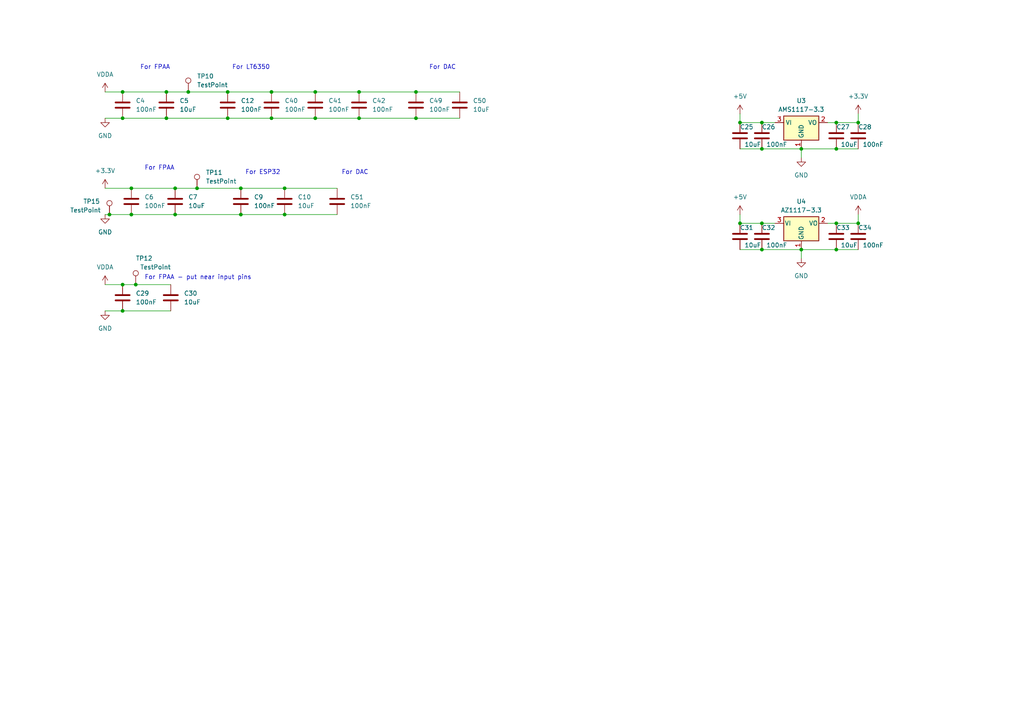
<source format=kicad_sch>
(kicad_sch (version 20230121) (generator eeschema)
  (paper "A4")
  (lib_symbols
    (symbol "Connector:TestPoint" (pin_numbers hide) (pin_names (offset 0.762) hide)
      (property "Reference" "TP" (at 0 6.858 0))
      (property "Value" "TestPoint" (at 0 5.08 0))
      (symbol "TestPoint_0_1"
        (circle (center 0 3.302) (radius 0.762))
      )
      (symbol "TestPoint_1_1"
        (pin passive line (at 0 0 90) (length 2.54) (name "1") (number "1"))
      )
    )
    (symbol "Device:C" (pin_numbers hide) (pin_names (offset 0.254))
      (property "Reference" "C" (at 0.635 2.54 0))
      (property "Value" "C" (at 0.635 -2.54 0))
      (symbol "C_0_1"
        (polyline (pts (xy -2.032 -0.762) (xy 2.032 -0.762)) (stroke (width 0.508)))
        (polyline (pts (xy -2.032 0.762) (xy 2.032 0.762)) (stroke (width 0.508)))
      )
      (symbol "C_1_1"
        (pin passive line (at 0 3.81 270) (length 2.794) (name "~") (number "1"))
        (pin passive line (at 0 -3.81 90) (length 2.794) (name "~") (number "2"))
      )
    )
    (symbol "Regulator_Linear:AMS1117-3.3"
      (property "Reference" "U" (at -3.81 3.175 0))
      (property "Value" "AMS1117-3.3" (at 0 3.175 0))
      (symbol "AMS1117-3.3_0_1"
        (rectangle (start -5.08 -5.08) (end 5.08 1.905) (stroke (width 0.254)) (fill (type background)))
      )
      (symbol "AMS1117-3.3_1_1"
        (pin power_in line (at 0 -7.62 90) (length 2.54) (name "GND") (number "1"))
        (pin power_out line (at 7.62 0 180) (length 2.54) (name "VO") (number "2"))
        (pin power_in line (at -7.62 0 0) (length 2.54) (name "VI") (number "3"))
      )
    )
    (symbol "Regulator_Linear:AZ1117-3.3" (pin_names (offset 0.254))
      (property "Reference" "U" (at -3.81 3.175 0))
      (property "Value" "AZ1117-3.3" (at 0 3.175 0))
      (symbol "AZ1117-3.3_0_1"
        (rectangle (start -5.08 1.905) (end 5.08 -5.08) (stroke (width 0.254)) (fill (type background)))
      )
      (symbol "AZ1117-3.3_1_1"
        (pin power_in line (at 0 -7.62 90) (length 2.54) (name "GND") (number "1"))
        (pin power_out line (at 7.62 0 180) (length 2.54) (name "VO") (number "2"))
        (pin power_in line (at -7.62 0 0) (length 2.54) (name "VI") (number "3"))
      )
    )
    (symbol "power:+3.3V" (power) (pin_names (offset 0))
      (property "Value" "+3.3V" (at 0 3.556 0))
      (symbol "+3.3V_0_1"
        (polyline (pts (xy -0.762 1.27) (xy 0 2.54)))
        (polyline (pts (xy 0 0) (xy 0 2.54)))
        (polyline (pts (xy 0 2.54) (xy 0.762 1.27)))
      )
      (symbol "+3.3V_1_1"
        (pin power_in line (at 0 0 90) (length 0) hide (name "+3.3V") (number "1"))
      )
    )
    (symbol "power:+5V" (power) (pin_names (offset 0))
      (property "Value" "+5V" (at 0 3.556 0))
      (symbol "+5V_0_1"
        (polyline (pts (xy -0.762 1.27) (xy 0 2.54)))
        (polyline (pts (xy 0 0) (xy 0 2.54)))
        (polyline (pts (xy 0 2.54) (xy 0.762 1.27)))
      )
      (symbol "+5V_1_1"
        (pin power_in line (at 0 0 90) (length 0) hide (name "+5V") (number "1"))
      )
    )
    (symbol "power:GND" (power) (pin_names (offset 0))
      (property "Value" "GND" (at 0 -3.81 0))
      (symbol "GND_0_1"
        (polyline (pts (xy 0 0) (xy 0 -1.27) (xy 1.27 -1.27) (xy 0 -2.54) (xy -1.27 -1.27) (xy 0 -1.27)))
      )
      (symbol "GND_1_1"
        (pin power_in line (at 0 0 270) (length 0) hide (name "GND") (number "1"))
      )
    )
    (symbol "power:VDDA" (power) (pin_names (offset 0))
      (property "Value" "VDDA" (at 0 3.81 0))
      (symbol "VDDA_0_1"
        (polyline (pts (xy -0.762 1.27) (xy 0 2.54)))
        (polyline (pts (xy 0 0) (xy 0 2.54)))
        (polyline (pts (xy 0 2.54) (xy 0.762 1.27)))
      )
      (symbol "VDDA_1_1"
        (pin power_in line (at 0 0 90) (length 0) hide (name "VDDA") (number "1"))
      )
    )
  )
  (junction (at 69.85 62.23))
  (junction (at 248.92 64.77))
  (junction (at 220.98 43.18))
  (junction (at 104.14 34.29))
  (junction (at 220.98 64.77))
  (junction (at 220.98 35.56))
  (junction (at 120.65 34.29))
  (junction (at 48.26 34.29))
  (junction (at 57.15 54.61))
  (junction (at 66.04 34.29))
  (junction (at 35.56 90.17))
  (junction (at 220.98 72.39))
  (junction (at 50.8 62.23))
  (junction (at 82.55 62.23))
  (junction (at 242.57 43.18))
  (junction (at 242.57 64.77))
  (junction (at 66.04 26.67))
  (junction (at 91.44 26.67))
  (junction (at 39.37 82.55))
  (junction (at 35.56 26.67))
  (junction (at 78.74 34.29))
  (junction (at 91.44 34.29))
  (junction (at 104.14 26.67))
  (junction (at 54.61 26.67))
  (junction (at 48.26 26.67))
  (junction (at 248.92 35.56))
  (junction (at 69.85 54.61))
  (junction (at 214.63 64.77))
  (junction (at 35.56 34.29))
  (junction (at 232.41 72.39))
  (junction (at 35.56 82.55))
  (junction (at 232.41 43.18))
  (junction (at 50.8 54.61))
  (junction (at 214.63 35.56))
  (junction (at 120.65 26.67))
  (junction (at 82.55 54.61))
  (junction (at 78.74 26.67))
  (junction (at 38.1 62.23))
  (junction (at 31.75 62.23))
  (junction (at 242.57 35.56))
  (junction (at 242.57 72.39))
  (junction (at 38.1 54.61))
  (wire (pts (xy 248.92 33.02) (xy 248.92 35.56)))
  (wire (pts (xy 242.57 64.77) (xy 248.92 64.77)))
  (wire (pts (xy 232.41 72.39) (xy 242.57 72.39)))
  (wire (pts (xy 214.63 33.02) (xy 214.63 35.56)))
  (wire (pts (xy 220.98 35.56) (xy 224.79 35.56)))
  (wire (pts (xy 50.8 54.61) (xy 57.15 54.61)))
  (wire (pts (xy 240.03 64.77) (xy 242.57 64.77)))
  (wire (pts (xy 214.63 72.39) (xy 220.98 72.39)))
  (wire (pts (xy 35.56 26.67) (xy 48.26 26.67)))
  (wire (pts (xy 214.63 64.77) (xy 220.98 64.77)))
  (wire (pts (xy 30.48 90.17) (xy 35.56 90.17)))
  (wire (pts (xy 82.55 62.23) (xy 97.79 62.23)))
  (wire (pts (xy 35.56 82.55) (xy 39.37 82.55)))
  (wire (pts (xy 82.55 54.61) (xy 97.79 54.61)))
  (wire (pts (xy 38.1 54.61) (xy 50.8 54.61)))
  (wire (pts (xy 66.04 34.29) (xy 78.74 34.29)))
  (wire (pts (xy 242.57 43.18) (xy 248.92 43.18)))
  (wire (pts (xy 120.65 26.67) (xy 133.35 26.67)))
  (wire (pts (xy 120.65 34.29) (xy 133.35 34.29)))
  (wire (pts (xy 104.14 34.29) (xy 120.65 34.29)))
  (wire (pts (xy 104.14 26.67) (xy 120.65 26.67)))
  (wire (pts (xy 220.98 72.39) (xy 232.41 72.39)))
  (wire (pts (xy 91.44 26.67) (xy 104.14 26.67)))
  (wire (pts (xy 78.74 26.67) (xy 91.44 26.67)))
  (wire (pts (xy 50.8 62.23) (xy 69.85 62.23)))
  (wire (pts (xy 232.41 72.39) (xy 232.41 74.93)))
  (wire (pts (xy 38.1 62.23) (xy 50.8 62.23)))
  (wire (pts (xy 66.04 26.67) (xy 78.74 26.67)))
  (wire (pts (xy 69.85 54.61) (xy 82.55 54.61)))
  (wire (pts (xy 48.26 34.29) (xy 66.04 34.29)))
  (wire (pts (xy 232.41 43.18) (xy 232.41 45.72)))
  (wire (pts (xy 242.57 72.39) (xy 248.92 72.39)))
  (wire (pts (xy 240.03 35.56) (xy 242.57 35.56)))
  (wire (pts (xy 214.63 35.56) (xy 220.98 35.56)))
  (wire (pts (xy 91.44 34.29) (xy 104.14 34.29)))
  (wire (pts (xy 35.56 90.17) (xy 49.53 90.17)))
  (wire (pts (xy 214.63 62.23) (xy 214.63 64.77)))
  (wire (pts (xy 242.57 35.56) (xy 248.92 35.56)))
  (wire (pts (xy 232.41 43.18) (xy 242.57 43.18)))
  (wire (pts (xy 30.48 82.55) (xy 35.56 82.55)))
  (wire (pts (xy 35.56 34.29) (xy 48.26 34.29)))
  (wire (pts (xy 30.48 34.29) (xy 35.56 34.29)))
  (wire (pts (xy 48.26 26.67) (xy 54.61 26.67)))
  (wire (pts (xy 30.48 62.23) (xy 31.75 62.23)))
  (wire (pts (xy 30.48 54.61) (xy 38.1 54.61)))
  (wire (pts (xy 220.98 43.18) (xy 232.41 43.18)))
  (wire (pts (xy 57.15 54.61) (xy 69.85 54.61)))
  (wire (pts (xy 220.98 64.77) (xy 224.79 64.77)))
  (wire (pts (xy 248.92 62.23) (xy 248.92 64.77)))
  (wire (pts (xy 31.75 62.23) (xy 38.1 62.23)))
  (wire (pts (xy 69.85 62.23) (xy 82.55 62.23)))
  (wire (pts (xy 39.37 82.55) (xy 49.53 82.55)))
  (wire (pts (xy 30.48 26.67) (xy 35.56 26.67)))
  (wire (pts (xy 54.61 26.67) (xy 66.04 26.67)))
  (wire (pts (xy 214.63 43.18) (xy 220.98 43.18)))
  (wire (pts (xy 78.74 34.29) (xy 91.44 34.29)))
  (text "For LT6350" (at 67.31 20.32 0) (effects (font (size 1.27 1.27)) (justify left bottom)))
  (text "For DAC" (at 124.46 20.32 0) (effects (font (size 1.27 1.27)) (justify left bottom)))
  (text "For FPAA" (at 41.91 49.53 0) (effects (font (size 1.27 1.27)) (justify left bottom)))
  (text "For DAC" (at 99.06 50.8 0) (effects (font (size 1.27 1.27)) (justify left bottom)))
  (text "For ESP32" (at 71.12 50.8 0) (effects (font (size 1.27 1.27)) (justify left bottom)))
  (text "For FPAA - put near input pins" (at 41.91 81.28 0) (effects (font (size 1.27 1.27)) (justify left bottom)))
  (text "For FPAA" (at 40.64 20.32 0) (effects (font (size 1.27 1.27)) (justify left bottom)))
  (symbol (lib_id "Device:C") (at 48.26 30.48 0) (unit 1)
    (property "Reference" "C5" (at 52.07 29.21 0) (effects (justify left)))
    (property "Value" "10uF" (at 52.07 31.75 0) (effects (justify left)))
    (property "Footprint" "Capacitor_SMD:C_0805_2012Metric_Pad1.18x1.45mm_HandSolder" (effects hide))
  )
  (symbol (lib_id "Device:C") (at 97.79 58.42 0) (unit 1)
    (property "Reference" "C51" (at 101.6 57.15 0) (effects (justify left)))
    (property "Value" "100nF" (at 101.6 59.69 0) (effects (justify left)))
    (property "Footprint" "Capacitor_SMD:C_0603_1608Metric_Pad1.08x0.95mm_HandSolder" (effects hide))
  )
  (symbol (lib_id "power:+3.3V") (at 248.92 33.02 0) (unit 1)
    (property "Reference" "#PWR09" (effects hide))
    (property "Value" "+3.3V" (at 248.92 27.94 0))
    (instances (project "fpaa_esp32_badge" (path "" (reference "#PWR09") (unit 1)) (path "" (reference "#PWR059") (unit 1))))
  )
  (symbol (lib_id "power:GND") (at 30.48 34.29 0) (unit 1)
    (property "Reference" "#PWR083" (effects hide))
    (property "Value" "GND" (at 30.48 39.37 0))
    (instances (project "fpaa_esp32_badge" (path "" (reference "#PWR083") (unit 1)) (path "" (reference "#PWR033") (unit 1)) (path "" (reference "#PWR027") (unit 1))))
  )
  (symbol (lib_id "Device:C") (at 91.44 30.48 0) (unit 1)
    (property "Reference" "C41" (at 95.25 29.21 0) (effects (justify left)))
    (property "Value" "100nF" (at 95.25 31.75 0) (effects (justify left)))
    (property "Footprint" "Capacitor_SMD:C_0603_1608Metric_Pad1.08x0.95mm_HandSolder" (effects hide))
  )
  (symbol (lib_id "Device:C") (at 35.56 30.48 0) (unit 1)
    (property "Reference" "C4" (at 39.37 29.21 0) (effects (justify left)))
    (property "Value" "100nF" (at 39.37 31.75 0) (effects (justify left)))
    (property "Footprint" "Capacitor_SMD:C_0603_1608Metric_Pad1.08x0.95mm_HandSolder" (effects hide))
  )
  (symbol (lib_id "power:+3.3V") (at 30.48 54.61 0) (unit 1)
    (property "Reference" "#PWR09" (effects hide))
    (property "Value" "+3.3V" (at 30.48 49.53 0))
    (instances (project "fpaa_esp32_badge" (path "" (reference "#PWR09") (unit 1)) (path "" (reference "#PWR028") (unit 1))))
  )
  (symbol (lib_id "power:+5V") (at 214.63 62.23 0) (unit 1)
    (property "Reference" "#PWR026" (effects hide))
    (property "Value" "+5V" (at 214.63 57.15 0))
    (instances (project "fpaa_esp32_badge" (path "" (reference "#PWR026") (unit 1)) (path "" (reference "#PWR064") (unit 1))))
  )
  (symbol (lib_id "Device:C") (at 38.1 58.42 0) (unit 1)
    (property "Reference" "C6" (at 41.91 57.15 0) (effects (justify left)))
    (property "Value" "100nF" (at 41.91 59.69 0) (effects (justify left)))
    (property "Footprint" "Capacitor_SMD:C_0603_1608Metric_Pad1.08x0.95mm_HandSolder" (effects hide))
  )
  (symbol (lib_id "Device:C") (at 78.74 30.48 0) (unit 1)
    (property "Reference" "C40" (at 82.55 29.21 0) (effects (justify left)))
    (property "Value" "100nF" (at 82.55 31.75 0) (effects (justify left)))
    (property "Footprint" "Capacitor_SMD:C_0603_1608Metric_Pad1.08x0.95mm_HandSolder" (effects hide))
  )
  (symbol (lib_id "Regulator_Linear:AZ1117-3.3") (at 232.41 64.77 0) (unit 1)
    (property "Reference" "U4" (at 232.41 58.42 0))
    (property "Value" "AZ1117-3.3" (at 232.41 60.96 0))
    (property "Footprint" "Package_TO_SOT_SMD:SOT-223-3_TabPin2" (effects hide))
    (property "Datasheet" "https://www.diodes.com/assets/Datasheets/AZ1117.pdf" (effects hide))
  )
  (symbol (lib_id "power:VDDA") (at 248.92 62.23 0) (unit 1)
    (property "Reference" "#PWR08" (effects hide))
    (property "Value" "VDDA" (at 248.92 57.15 0))
    (instances (project "fpaa_esp32_badge" (path "" (reference "#PWR08") (unit 1)) (path "" (reference "#PWR066") (unit 1))))
  )
  (symbol (lib_id "Connector:TestPoint") (at 54.61 26.67 0) (unit 1)
    (property "Reference" "TP10" (at 57.15 22.098 0) (effects (justify left)))
    (property "Value" "TestPoint" (at 57.15 24.638 0) (effects (justify left)))
    (property "Footprint" "TestPoint:TestPoint_Pad_D1.0mm" (effects hide))
  )
  (symbol (lib_id "Regulator_Linear:AMS1117-3.3") (at 232.41 35.56 0) (unit 1)
    (property "Reference" "U3" (at 232.41 29.21 0))
    (property "Value" "AMS1117-3.3" (at 232.41 31.75 0))
    (property "Footprint" "Package_TO_SOT_SMD:SOT-223-3_TabPin2" (effects hide))
    (property "Datasheet" "http://www.advanced-monolithic.com/pdf/ds1117.pdf" (effects hide))
  )
  (symbol (lib_id "Device:C") (at 220.98 68.58 0) (unit 1)
    (property "Reference" "C32" (at 220.98 66.04 0) (effects (justify left)))
    (property "Value" "100nF" (at 222.25 71.12 0) (effects (justify left)))
    (property "Footprint" "Capacitor_SMD:C_0603_1608Metric_Pad1.08x0.95mm_HandSolder" (effects hide))
  )
  (symbol (lib_id "power:+5V") (at 214.63 33.02 0) (unit 1)
    (property "Reference" "#PWR026" (effects hide))
    (property "Value" "+5V" (at 214.63 27.94 0))
    (instances (project "fpaa_esp32_badge" (path "" (reference "#PWR026") (unit 1)) (path "" (reference "#PWR032") (unit 1))))
  )
  (symbol (lib_id "Connector:TestPoint") (at 31.75 62.23 0) (unit 1)
    (property "Reference" "TP15" (at 24.13 58.42 0) (effects (justify left)))
    (property "Value" "TestPoint" (at 20.32 60.96 0) (effects (justify left)))
    (property "Footprint" "TestPoint:TestPoint_Pad_D1.0mm" (effects hide))
  )
  (symbol (lib_id "power:GND") (at 30.48 90.17 0) (unit 1)
    (property "Reference" "#PWR083" (effects hide))
    (property "Value" "GND" (at 30.48 95.25 0))
    (instances (project "fpaa_esp32_badge" (path "" (reference "#PWR083") (unit 1)) (path "" (reference "#PWR033") (unit 1)) (path "" (reference "#PWR031") (unit 1))))
  )
  (symbol (lib_id "Device:C") (at 248.92 39.37 0) (unit 1)
    (property "Reference" "C28" (at 248.92 36.83 0) (effects (justify left)))
    (property "Value" "100nF" (at 250.19 41.91 0) (effects (justify left)))
    (property "Footprint" "Capacitor_SMD:C_0603_1608Metric_Pad1.08x0.95mm_HandSolder" (effects hide))
  )
  (symbol (lib_id "power:GND") (at 232.41 45.72 0) (unit 1)
    (property "Reference" "#PWR02" (effects hide))
    (property "Value" "GND" (at 232.41 50.8 0))
    (instances (project "fpaa_esp32_badge" (path "" (reference "#PWR02") (unit 1)) (path "" (reference "#PWR060") (unit 1))))
  )
  (symbol (lib_id "Connector:TestPoint") (at 39.37 82.55 0) (unit 1)
    (property "Reference" "TP12" (at 39.37 74.93 0) (effects (justify left)))
    (property "Value" "TestPoint" (at 40.64 77.47 0) (effects (justify left)))
    (property "Footprint" "TestPoint:TestPoint_Pad_D1.0mm" (effects hide))
  )
  (symbol (lib_id "Device:C") (at 242.57 68.58 0) (unit 1)
    (property "Reference" "C33" (at 242.57 66.04 0) (effects (justify left)))
    (property "Value" "10uF" (at 243.84 71.12 0) (effects (justify left)))
    (property "Footprint" "Capacitor_SMD:C_0805_2012Metric_Pad1.18x1.45mm_HandSolder" (effects hide))
  )
  (symbol (lib_id "power:GND") (at 232.41 74.93 0) (unit 1)
    (property "Reference" "#PWR083" (effects hide))
    (property "Value" "GND" (at 232.41 80.01 0))
    (instances (project "fpaa_esp32_badge" (path "" (reference "#PWR083") (unit 1)) (path "" (reference "#PWR033") (unit 1)) (path "" (reference "#PWR061") (unit 1))))
  )
  (symbol (lib_id "Device:C") (at 133.35 30.48 0) (unit 1)
    (property "Reference" "C50" (at 137.16 29.21 0) (effects (justify left)))
    (property "Value" "10uF" (at 137.16 31.75 0) (effects (justify left)))
    (property "Footprint" "Capacitor_SMD:C_0805_2012Metric_Pad1.18x1.45mm_HandSolder" (effects hide))
  )
  (symbol (lib_id "power:VDDA") (at 30.48 26.67 0) (unit 1)
    (property "Reference" "#PWR08" (effects hide))
    (property "Value" "VDDA" (at 30.48 21.59 0))
    (instances (project "fpaa_esp32_badge" (path "" (reference "#PWR08") (unit 1)) (path "" (reference "#PWR010") (unit 1))))
  )
  (symbol (lib_id "power:VDDA") (at 30.48 82.55 0) (unit 1)
    (property "Reference" "#PWR08" (effects hide))
    (property "Value" "VDDA" (at 30.48 77.47 0))
    (instances (project "fpaa_esp32_badge" (path "" (reference "#PWR08") (unit 1)) (path "" (reference "#PWR050") (unit 1))))
  )
  (symbol (lib_id "Device:C") (at 69.85 58.42 0) (unit 1)
    (property "Reference" "C9" (at 73.66 57.15 0) (effects (justify left)))
    (property "Value" "100nF" (at 73.66 59.69 0) (effects (justify left)))
    (property "Footprint" "Capacitor_SMD:C_0603_1608Metric_Pad1.08x0.95mm_HandSolder" (effects hide))
  )
  (symbol (lib_id "Device:C") (at 49.53 86.36 0) (unit 1)
    (property "Reference" "C30" (at 53.34 85.09 0) (effects (justify left)))
    (property "Value" "10uF" (at 53.34 87.63 0) (effects (justify left)))
    (property "Footprint" "Capacitor_SMD:C_0805_2012Metric_Pad1.18x1.45mm_HandSolder" (effects hide))
  )
  (symbol (lib_id "Device:C") (at 66.04 30.48 0) (unit 1)
    (property "Reference" "C12" (at 69.85 29.21 0) (effects (justify left)))
    (property "Value" "100nF" (at 69.85 31.75 0) (effects (justify left)))
    (property "Footprint" "Capacitor_SMD:C_0603_1608Metric_Pad1.08x0.95mm_HandSolder" (effects hide))
  )
  (symbol (lib_id "Device:C") (at 220.98 39.37 0) (unit 1)
    (property "Reference" "C26" (at 220.98 36.83 0) (effects (justify left)))
    (property "Value" "100nF" (at 222.25 41.91 0) (effects (justify left)))
    (property "Footprint" "Capacitor_SMD:C_0603_1608Metric_Pad1.08x0.95mm_HandSolder" (effects hide))
  )
  (symbol (lib_id "Device:C") (at 248.92 68.58 0) (unit 1)
    (property "Reference" "C34" (at 248.92 66.04 0) (effects (justify left)))
    (property "Value" "100nF" (at 250.19 71.12 0) (effects (justify left)))
    (property "Footprint" "Capacitor_SMD:C_0603_1608Metric_Pad1.08x0.95mm_HandSolder" (effects hide))
  )
  (symbol (lib_id "Device:C") (at 35.56 86.36 0) (unit 1)
    (property "Reference" "C29" (at 39.37 85.09 0) (effects (justify left)))
    (property "Value" "100nF" (at 39.37 87.63 0) (effects (justify left)))
    (property "Footprint" "Capacitor_SMD:C_0603_1608Metric_Pad1.08x0.95mm_HandSolder" (effects hide))
  )
  (symbol (lib_id "Device:C") (at 104.14 30.48 0) (unit 1)
    (property "Reference" "C42" (at 107.95 29.21 0) (effects (justify left)))
    (property "Value" "100nF" (at 107.95 31.75 0) (effects (justify left)))
    (property "Footprint" "Capacitor_SMD:C_0603_1608Metric_Pad1.08x0.95mm_HandSolder" (effects hide))
  )
  (symbol (lib_id "Device:C") (at 214.63 68.58 0) (unit 1)
    (property "Reference" "C31" (at 214.63 66.04 0) (effects (justify left)))
    (property "Value" "10uF" (at 215.9 71.12 0) (effects (justify left)))
    (property "Footprint" "Capacitor_SMD:C_0805_2012Metric_Pad1.18x1.45mm_HandSolder" (effects hide))
  )
  (symbol (lib_id "Device:C") (at 120.65 30.48 0) (unit 1)
    (property "Reference" "C49" (at 124.46 29.21 0) (effects (justify left)))
    (property "Value" "100nF" (at 124.46 31.75 0) (effects (justify left)))
    (property "Footprint" "Capacitor_SMD:C_0603_1608Metric_Pad1.08x0.95mm_HandSolder" (effects hide))
  )
  (symbol (lib_id "Device:C") (at 242.57 39.37 0) (unit 1)
    (property "Reference" "C27" (at 242.57 36.83 0) (effects (justify left)))
    (property "Value" "10uF" (at 243.84 41.91 0) (effects (justify left)))
    (property "Footprint" "Capacitor_SMD:C_0805_2012Metric_Pad1.18x1.45mm_HandSolder" (effects hide))
  )
  (symbol (lib_id "Connector:TestPoint") (at 57.15 54.61 0) (unit 1)
    (property "Reference" "TP11" (at 59.69 50.038 0) (effects (justify left)))
    (property "Value" "TestPoint" (at 59.69 52.578 0) (effects (justify left)))
    (property "Footprint" "TestPoint:TestPoint_Pad_D1.0mm" (effects hide))
  )
  (symbol (lib_id "Device:C") (at 50.8 58.42 0) (unit 1)
    (property "Reference" "C7" (at 54.61 57.15 0) (effects (justify left)))
    (property "Value" "10uF" (at 54.61 59.69 0) (effects (justify left)))
    (property "Footprint" "Capacitor_SMD:C_0805_2012Metric_Pad1.18x1.45mm_HandSolder" (effects hide))
  )
  (symbol (lib_id "Device:C") (at 82.55 58.42 0) (unit 1)
    (property "Reference" "C10" (at 86.36 57.15 0) (effects (justify left)))
    (property "Value" "10uF" (at 86.36 59.69 0) (effects (justify left)))
    (property "Footprint" "Capacitor_SMD:C_0805_2012Metric_Pad1.18x1.45mm_HandSolder" (effects hide))
  )
  (symbol (lib_id "Device:C") (at 214.63 39.37 0) (unit 1)
    (property "Reference" "C25" (at 214.63 36.83 0) (effects (justify left)))
    (property "Value" "10uF" (at 215.9 41.91 0) (effects (justify left)))
    (property "Footprint" "Capacitor_SMD:C_0805_2012Metric_Pad1.18x1.45mm_HandSolder" (effects hide))
  )
  (symbol (lib_id "power:GND") (at 30.48 62.23 0) (unit 1)
    (property "Reference" "#PWR02" (effects hide))
    (property "Value" "GND" (at 30.48 67.31 0))
    (instances (project "fpaa_esp32_badge" (path "" (reference "#PWR02") (unit 1)) (path "" (reference "#PWR029") (unit 1))))
  )
)
</source>
